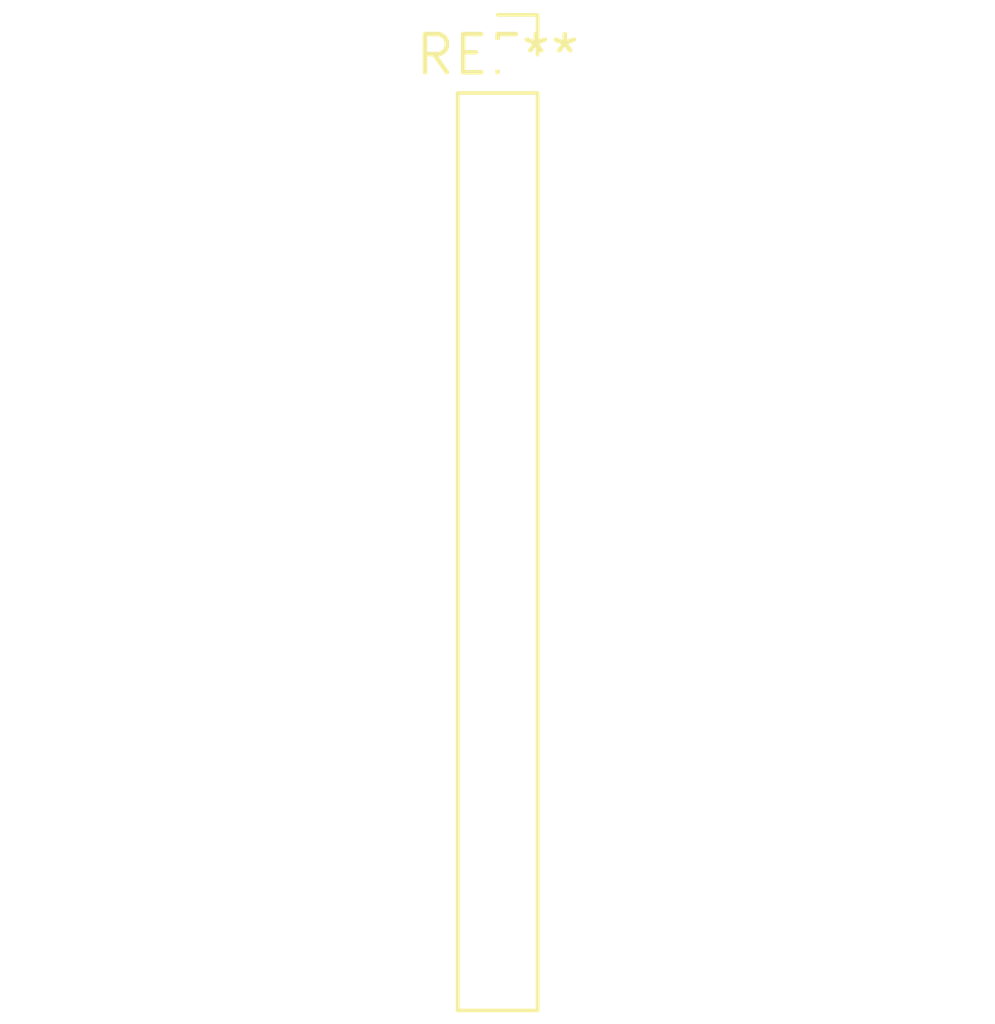
<source format=kicad_pcb>
(kicad_pcb (version 20240108) (generator pcbnew)
  (layers (0 "F.Cu" signal) (31 "B.Cu" signal) (34 "B.Paste" user) (35 "F.Paste" user) (36 "B.SilkS" user "B.Silkscreen") (37 "F.SilkS" user "F.Silkscreen") (38 "B.Mask" user) (39 "F.Mask" user) (44 "Edge.Cuts" user))
  (net 0 "")
  (footprint "PinSocket_1x13_P2.54mm_Vertical" (layer "F.Cu") (at 0 0)
    (property "Reference" "REF**")
    (property "Value" "PinSocket_1x13_P2.54mm_Vertical")
    (fp_line (start -1.33 1.27) (end -1.33 31.81) (layer "F.SilkS") (stroke (width 0.12)))
    (fp_line (start -1.33 1.27) (end 1.33 1.27) (layer "F.SilkS") (stroke (width 0.12)))
    (fp_line (start -1.33 31.81) (end 1.33 31.81) (layer "F.SilkS") (stroke (width 0.12)))
    (fp_line (start 0 -1.33) (end 1.33 -1.33) (layer "F.SilkS") (stroke (width 0.12)))
    (fp_line (start 1.33 -1.33) (end 1.33 0) (layer "F.SilkS") (stroke (width 0.12)))
    (fp_line (start 1.33 1.27) (end 1.33 31.81) (layer "F.SilkS") (stroke (width 0.12)))
    (pad "1" thru_hole rect (at 0 0) (size 1.7 1.7) (drill 1) (layers *.Cu *.Mask) (remove_unused_layers))
    (pad "2" thru_hole oval (at 0 2.54) (size 1.7 1.7) (drill 1) (layers *.Cu *.Mask) (remove_unused_layers))
    (pad "3" thru_hole oval (at 0 5.08) (size 1.7 1.7) (drill 1) (layers *.Cu *.Mask) (remove_unused_layers))
    (pad "4" thru_hole oval (at 0 7.62) (size 1.7 1.7) (drill 1) (layers *.Cu *.Mask) (remove_unused_layers))
    (pad "5" thru_hole oval (at 0 10.16) (size 1.7 1.7) (drill 1) (layers *.Cu *.Mask) (remove_unused_layers))
    (pad "6" thru_hole oval (at 0 12.7) (size 1.7 1.7) (drill 1) (layers *.Cu *.Mask) (remove_unused_layers))
    (pad "7" thru_hole oval (at 0 15.24) (size 1.7 1.7) (drill 1) (layers *.Cu *.Mask) (remove_unused_layers))
    (pad "8" thru_hole oval (at 0 17.78) (size 1.7 1.7) (drill 1) (layers *.Cu *.Mask) (remove_unused_layers))
    (pad "9" thru_hole oval (at 0 20.32) (size 1.7 1.7) (drill 1) (layers *.Cu *.Mask) (remove_unused_layers))
    (pad "10" thru_hole oval (at 0 22.86) (size 1.7 1.7) (drill 1) (layers *.Cu *.Mask) (remove_unused_layers))
    (pad "11" thru_hole oval (at 0 25.4) (size 1.7 1.7) (drill 1) (layers *.Cu *.Mask) (remove_unused_layers))
    (pad "12" thru_hole oval (at 0 27.94) (size 1.7 1.7) (drill 1) (layers *.Cu *.Mask) (remove_unused_layers))
    (pad "13" thru_hole oval (at 0 30.48) (size 1.7 1.7) (drill 1) (layers *.Cu *.Mask) (remove_unused_layers))
  )
)
</source>
